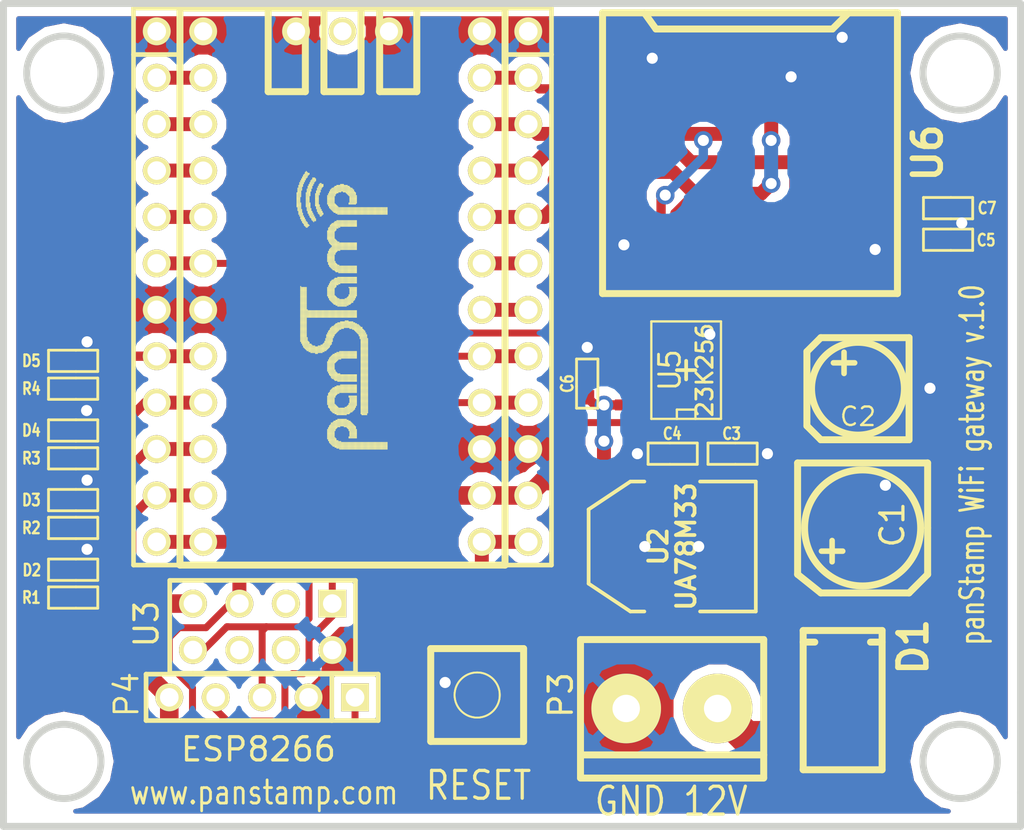
<source format=kicad_pcb>
(kicad_pcb (version 4) (host pcbnew "(2014-jul-16 BZR unknown)-product")
  (title_block (title "Wifi carrier board for panStamp") (date "15 Jan 2015") (rev 1.0) (company www.panstamp.com))
  (layers (0 Front signal) (31 Back signal) (34 B.Paste user) (35 F.Paste user) (36 B.SilkS user) (37 F.SilkS user) (38 B.Mask user) (39 F.Mask user) (44 Edge.Cuts user))
  (net 0 "")
  (net 1 +12V)
  (net 2 +3.3V)
  (net 3 /RESET)
  (net 4 /RXD)
  (net 5 /TXD)
  (net 6 GND)
  (net 7 /D9)
  (net 8 /D8)
  (net 9 /D5)
  (net 10 /D4)
  (net 11 /D3)
  (net 12 /D16)
  (net 13 /D17)
  (net 14 /D18)
  (net 15 /CS_RAM)
  (net 16 /CS_SDC)
  (net 17 /D11)
  (net 18 /D10)
  (net 19 "Net-(U6-Pad1)")
  (net 20 /D1)
  (net 21 /D2)
  (net 22 "Net-(U6-Pad8)")
  (net 23 "Net-(C1-Pad1)")
  (net 24 "Net-(D2-Pad1)")
  (net 25 /D12)
  (net 26 "Net-(D3-Pad1)")
  (net 27 "Net-(D4-Pad1)")
  (net 28 "Net-(D5-Pad1)")
  (net 29 /D15)
  (net 30 "Net-(U1-PadANT)")
  (module pinhead:pinhead-1X05 (layer Front) (at 135.0518 108.331 180)
    (fp_text reference P4 (at 7.4168 0.1524 270) (layer F.SilkS) (effects (font (size 1.27 1.27) (thickness 0.1524))))
    (fp_text value CONN_01X05 hide)
    (pad 1 thru_hole rect (at -5.08 0 180) (size 1.524 0) (drill 1.016) (layers *.Cu F.Paste F.SilkS F.Mask) (net 8 /D8))
    (pad 2 thru_hole circle (at -2.54 0 180) (size 1.524 3.048) (drill 1.016) (layers *.Cu F.Paste F.SilkS F.Mask) (net 6 GND))
    (pad 3 thru_hole circle (at 0 0 180) (size 1.524 3.048) (drill 1.016) (layers *.Cu F.Paste F.SilkS F.Mask) (net 5 /TXD))
    (pad 4 thru_hole circle (at 2.54 0 180) (size 1.524 3.048) (drill 1.016) (layers *.Cu F.Paste F.SilkS F.Mask) (net 4 /RXD))
    (pad 5 thru_hole circle (at 5.08 0 180) (size 1.524 3.048) (drill 1.016) (layers *.Cu F.Paste F.SilkS F.Mask) (net 2 +3.3V))
    (pad 1 thru_hole rect (at -5.08 0 180) (size 1.524 1.524) (drill 1.016) (layers *.Cu *.Mask F.SilkS) (net 8 /D8))
  )
  (module pinhead-2X04 (layer Front) (at 135.0772 104.4702 180)
    (fp_text reference U3 (at 6.35 0.1524 270) (layer F.SilkS) (effects (font (size 1.27 1.27) (thickness 0.1778))))
    (fp_text value ESP8266 (at 0.2286 -6.7056 180) (layer F.SilkS) (effects (font (size 1.27 1.27) (thickness 0.1778))))
    (pad 2 thru_hole circle (at -3.81 -1.27 180) (size 1.524 3.048) (drill 1.016) (layers *.Cu F.Paste F.SilkS F.Mask) (net 6 GND))
    (pad 3 thru_hole circle (at -1.27 1.27 180) (size 1.524 3.048) (drill 1.016) (layers *.Cu F.Paste F.SilkS F.Mask))
    (pad 4 thru_hole circle (at -1.27 -1.27 180) (size 1.524 3.048) (drill 1.016) (layers *.Cu F.Paste F.SilkS F.Mask))
    (pad 5 thru_hole circle (at 1.27 1.27 180) (size 1.524 3.048) (drill 1.016) (layers *.Cu F.Paste F.SilkS F.Mask) (net 8 /D8))
    (pad 6 thru_hole circle (at 1.27 -1.27 180) (size 1.524 3.048) (drill 1.016) (layers *.Cu F.Paste F.SilkS F.Mask))
    (pad 7 thru_hole circle (at 3.81 1.27 180) (size 1.524 3.048) (drill 1.016) (layers *.Cu F.Paste F.SilkS F.Mask) (net 2 +3.3V))
    (pad 8 thru_hole circle (at 3.81 -1.27 180) (size 1.524 3.048) (drill 1.016) (layers *.Cu F.Paste F.SilkS F.Mask) (net 5 /TXD))
    (pad 1 thru_hole rect (at -3.81 1.27 180) (size 1.524 1.524) (drill 1.016) (layers *.Cu *.Mask F.SilkS) (net 4 /RXD))
  )
  (module myoldsmd:SMDCPOL_6.3 (layer Front) (at 167.894 99.06 90)
    (fp_text reference C1 (at 0.1778 1.6256 90) (layer F.SilkS) (effects (font (size 1.27 1.27) (thickness 0.1778))))
    (fp_text value 47u hide)
    (fp_text user + (at -1.27 -1.778 90) (layer F.SilkS) (effects (font (thickness 0.3048))))
    (pad 2 smd rect (at 2.286 0 90) (size 2.79908 1.00076) (layers Front F.Paste F.Mask) (net 6 GND))
    (pad 1 smd rect (at -2.286 0 90) (size 2.79908 1.00076) (layers Front F.Paste F.Mask) (net 23 "Net-(C1-Pad1)"))
  )
  (module myoldsmd:SMDCPOL_5 (layer Front) (at 167.64 91.44)
    (fp_text reference C2 (at 0 1.524) (layer F.SilkS) (effects (font (size 1.016 1.016) (thickness 0.127))))
    (fp_text value 22u hide)
    (fp_text user + (at -0.762 -1.524) (layer F.SilkS) (effects (font (thickness 0.3048))))
    (pad 1 smd rect (at -1.778 0) (size 2.49936 1.00076) (layers Front F.Paste F.Mask) (net 2 +3.3V))
    (pad 2 smd rect (at 1.778 0) (size 2.49936 1.00076) (layers Front F.Paste F.Mask) (net 6 GND))
  )
  (module myoldsmd:SM0603S (layer Front) (at 160.782 94.996)
    (fp_text reference C3 (at -0.0508 -1.0922 180) (layer F.SilkS) (effects (font (size 0.635 0.508) (thickness 0.127))))
    (fp_text value 1u hide)
    (pad 2 smd rect (at 0.7493 0) (size 0.7874 0.762) (layers Front F.Paste F.Mask) (net 6 GND))
    (pad 1 smd rect (at -0.7493 0) (size 0.7874 0.762) (layers Front F.Paste F.Mask) (net 2 +3.3V))
  )
  (module myoldsmd:SM0603S (layer Front) (at 157.5054 94.996 180)
    (fp_text reference C4 (at 0.0254 1.0922 360) (layer F.SilkS) (effects (font (size 0.635 0.508) (thickness 0.127))))
    (fp_text value 100n hide)
    (pad 2 smd rect (at 0.7493 0 180) (size 0.7874 0.762) (layers Front F.Paste F.Mask) (net 6 GND))
    (pad 1 smd rect (at -0.7493 0 180) (size 0.7874 0.762) (layers Front F.Paste F.Mask) (net 2 +3.3V))
  )
  (module myoldsmd:SMB (layer Front) (at 166.8018 108.4834 90)
    (fp_text reference D1 (at 2.921 3.8608 90) (layer F.SilkS) (effects (font (thickness 0.3048))))
    (fp_text value DIODESCH hide)
    (pad 1 smd rect (at -2.032 0 90) (size 2.49936 2.49936) (layers Front F.Paste F.Mask) (net 1 +12V))
    (pad 2 smd rect (at 2.032 0 90) (size 2.49936 2.49936) (layers Front F.Paste F.Mask) (net 23 "Net-(C1-Pad1)"))
  )
  (module myoldsmd:SM0603S (layer Front) (at 124.714 101.346)
    (fp_text reference D2 (at -2.2606 0.0254) (layer F.SilkS) (effects (font (size 0.635 0.508) (thickness 0.127))))
    (fp_text value LED hide)
    (pad 2 smd rect (at 0.7493 0) (size 0.7874 0.762) (layers Front F.Paste F.Mask) (net 6 GND))
    (pad 1 smd rect (at -0.7493 0) (size 0.7874 0.762) (layers Front F.Paste F.Mask) (net 24 "Net-(D2-Pad1)"))
  )
  (module pinhead:pinhead-1X12 (layer Front) (at 149.606 85.852 270)
    (fp_text reference P2 hide)
    (fp_text value CONN_12 hide)
    (pad 1 thru_hole rect (at -13.97 0 270) (size 1.524 0) (drill 1.016) (layers *.Cu F.Paste F.SilkS F.Mask) (net 6 GND))
    (pad 2 thru_hole circle (at -11.43 0 270) (size 1.524 1.524) (drill 1.016) (layers *.Cu *.Mask F.SilkS) (net 16 /CS_SDC))
    (pad 3 thru_hole circle (at -8.89 0 270) (size 1.524 1.524) (drill 1.016) (layers *.Cu *.Mask F.SilkS) (net 20 /D1))
    (pad 4 thru_hole circle (at -6.35 0 270) (size 1.524 1.524) (drill 1.016) (layers *.Cu *.Mask F.SilkS) (net 21 /D2))
    (pad 5 thru_hole circle (at -3.81 0 270) (size 1.524 1.524) (drill 1.016) (layers *.Cu *.Mask F.SilkS) (net 11 /D3))
    (pad 6 thru_hole circle (at -1.27 0 270) (size 1.524 1.524) (drill 1.016) (layers *.Cu *.Mask F.SilkS) (net 10 /D4))
    (pad 7 thru_hole circle (at 1.27 0 270) (size 1.524 3.048) (drill 1.016) (layers *.Cu F.Paste F.SilkS F.Mask) (net 9 /D5))
    (pad 8 thru_hole circle (at 3.81 0 270) (size 1.524 3.048) (drill 1.016) (layers *.Cu F.Paste F.SilkS F.Mask) (net 5 /TXD))
    (pad 9 thru_hole circle (at 6.35 0 270) (size 1.524 1.524) (drill 1.016) (layers *.Cu *.Mask F.SilkS) (net 4 /RXD))
    (pad 10 thru_hole circle (at 8.89 0 270) (size 1.524 1.524) (drill 1.016) (layers *.Cu *.Mask F.SilkS) (net 6 GND))
    (pad 11 thru_hole circle (at 11.43 0 270) (size 1.524 1.524) (drill 1.016) (layers *.Cu *.Mask F.SilkS) (net 2 +3.3V))
    (pad 12 thru_hole circle (at 13.97 0 270) (size 1.524 1.524) (drill 1.016) (layers *.Cu *.Mask F.SilkS) (net 3 /RESET))
    (pad 1 thru_hole circle (at -13.97 0 270) (size 1.524 1.524) (drill 1.016) (layers *.Cu *.Mask F.SilkS) (net 6 GND))
  )
  (module myoldsmd:SM0603S (layer Front) (at 124.714 102.87)
    (fp_text reference R1 (at -2.286 0) (layer F.SilkS) (effects (font (size 0.635 0.508) (thickness 0.127))))
    (fp_text value 470 hide)
    (pad 2 smd rect (at 0.7493 0) (size 0.7874 0.762) (layers Front F.Paste F.Mask) (net 7 /D9))
    (pad 1 smd rect (at -0.7493 0) (size 0.7874 0.762) (layers Front F.Paste F.Mask) (net 24 "Net-(D2-Pad1)"))
  )
  (module myoldsmd:switch-tact-noah (layer Front) (at 146.812 108.204 270)
    (fp_text reference SW1 hide)
    (fp_text value SW_PUSH_SMALL hide)
    (pad 1 smd rect (at -2.49936 -1.75006 270) (size 1.99898 1.00076) (layers Front F.Paste F.Mask) (net 3 /RESET))
    (pad 3 smd rect (at 2.49936 -1.75006 270) (size 1.99898 1.00076) (layers Front F.Paste F.Mask))
    (pad 2 smd rect (at -2.49936 1.75006 270) (size 1.99898 1.00076) (layers Front F.Paste F.Mask) (net 6 GND))
    (pad 4 smd rect (at 2.49936 1.75006 270) (size 1.99898 1.00076) (layers Front F.Paste F.Mask))
  )
  (module myoldsmd:SOIC-8 (layer Front) (at 158.242 90.424 90)
    (fp_text reference U5 (at 0 -0.889 90) (layer F.SilkS) (effects (font (size 1.143 1.143) (thickness 0.1524))))
    (fp_text value 23K256 (at 0 1.016 90) (layer F.SilkS) (effects (font (size 0.889 0.889) (thickness 0.1524))))
    (pad 8 smd rect (at -1.905 -2.9 90) (size 0.59944 2) (layers Front F.Paste F.Mask) (net 2 +3.3V))
    (pad 1 smd rect (at -1.905 2.9 90) (size 0.59944 2) (layers Front F.Paste F.Mask) (net 15 /CS_RAM))
    (pad 7 smd rect (at -0.635 -2.9 90) (size 0.59944 2) (layers Front F.Paste F.Mask) (net 2 +3.3V))
    (pad 6 smd rect (at 0.635 -2.9 90) (size 0.59944 2) (layers Front F.Paste F.Mask) (net 11 /D3))
    (pad 5 smd rect (at 1.905 -2.9 90) (size 0.59944 2) (layers Front F.Paste F.Mask) (net 20 /D1))
    (pad 2 smd rect (at -0.635 2.9 90) (size 0.59944 2) (layers Front F.Paste F.Mask) (net 21 /D2))
    (pad 3 smd rect (at 0.635 2.9 90) (size 0.59944 2) (layers Front F.Paste F.Mask))
    (pad 4 smd rect (at 1.905 2.9 90) (size 0.59944 2) (layers Front F.Paste F.Mask) (net 6 GND))
  )
  (module pinhead:pinhead-1X12 (layer Front) (at 129.286 85.852 270)
    (fp_text reference P1 hide)
    (fp_text value CONN_12 hide)
    (pad 1 thru_hole rect (at -13.97 0 270) (size 1.524 0) (drill 1.016) (layers *.Cu F.Paste F.SilkS F.Mask) (net 6 GND))
    (pad 2 thru_hole circle (at -11.43 0 270) (size 1.524 1.524) (drill 1.016) (layers *.Cu *.Mask F.SilkS) (net 12 /D16))
    (pad 3 thru_hole circle (at -8.89 0 270) (size 1.524 1.524) (drill 1.016) (layers *.Cu *.Mask F.SilkS) (net 13 /D17))
    (pad 4 thru_hole circle (at -6.35 0 270) (size 1.524 1.524) (drill 1.016) (layers *.Cu *.Mask F.SilkS) (net 14 /D18))
    (pad 5 thru_hole circle (at -3.81 0 270) (size 1.524 1.524) (drill 1.016) (layers *.Cu *.Mask F.SilkS) (net 29 /D15))
    (pad 6 thru_hole circle (at -1.27 0 270) (size 1.524 1.524) (drill 1.016) (layers *.Cu *.Mask F.SilkS) (net 15 /CS_RAM))
    (pad 7 thru_hole circle (at 1.27 0 270) (size 1.524 3.048) (drill 1.016) (layers *.Cu F.Paste F.SilkS F.Mask) (net 6 GND))
    (pad 8 thru_hole circle (at 3.81 0 270) (size 1.524 3.048) (drill 1.016) (layers *.Cu F.Paste F.SilkS F.Mask) (net 25 /D12))
    (pad 9 thru_hole circle (at 6.35 0 270) (size 1.524 1.524) (drill 1.016) (layers *.Cu *.Mask F.SilkS) (net 17 /D11))
    (pad 10 thru_hole circle (at 8.89 0 270) (size 1.524 1.524) (drill 1.016) (layers *.Cu *.Mask F.SilkS) (net 18 /D10))
    (pad 11 thru_hole circle (at 11.43 0 270) (size 1.524 1.524) (drill 1.016) (layers *.Cu *.Mask F.SilkS) (net 7 /D9))
    (pad 12 thru_hole circle (at 13.97 0 270) (size 1.524 1.524) (drill 1.016) (layers *.Cu *.Mask F.SilkS) (net 8 /D8))
    (pad 1 thru_hole circle (at -13.97 0 270) (size 1.524 1.524) (drill 1.016) (layers *.Cu *.Mask F.SilkS) (net 6 GND))
  )
  (module myconnectors:terminal_block_5mm_2P (layer Front) (at 157.48 108.966)
    (fp_text reference P3 (at -6.096 -0.762 90) (layer F.SilkS) (effects (font (size 1.27 1.27) (thickness 0.1778))))
    (fp_text value CONN_01X02 hide)
    (pad 1 thru_hole circle (at -2.51714 -0.0254) (size 3.81 3.81) (drill 1.4986) (layers *.Cu *.Mask F.SilkS) (net 6 GND))
    (pad 2 thru_hole circle (at 2.48412 -0.0254) (size 3.81 3.81) (drill 1.4986) (layers *.Cu *.Mask F.SilkS) (net 1 +12V))
  )
  (module mysmd:SOT223 (layer Front) (at 157.48 100.076 90)
    (fp_text reference U2 (at 0 -0.762 90) (layer F.SilkS) (effects (font (size 1.016 1.016) (thickness 0.2032))))
    (fp_text value UA78M33 (at 0 0.762 90) (layer F.SilkS) (effects (font (size 1.016 1.016) (thickness 0.2032))))
    (pad 2 smd rect (at 0 -3.302 90) (size 3.6576 2.032) (layers Front F.Paste F.Mask) (net 6 GND))
    (pad 2 smd rect (at 0 3.302 90) (size 1.016 2.032) (layers Front F.Paste F.Mask) (net 6 GND))
    (pad 3 smd rect (at 2.286 3.302 90) (size 1.016 2.032) (layers Front F.Paste F.Mask) (net 2 +3.3V))
    (pad 1 smd rect (at -2.286 3.302 90) (size 1.016 2.032) (layers Front F.Paste F.Mask) (net 23 "Net-(C1-Pad1)"))
  )
  (module mymods:PANSTAMP_NRG (layer Front) (at 139.446 85.852)
    (fp_text reference U1 hide)
    (fp_text value PANSTAMP_NRG hide)
    (pad 1 thru_hole circle (at -7.62 -13.97) (size 1.524 1.524) (drill 0.9906) (layers *.Cu *.Mask F.SilkS) (net 6 GND))
    (pad 2 thru_hole circle (at -7.62 -11.43) (size 1.524 1.524) (drill 0.9906) (layers *.Cu *.Mask F.SilkS) (net 12 /D16))
    (pad 3 thru_hole circle (at -7.62 -8.89) (size 1.524 1.524) (drill 0.9906) (layers *.Cu *.Mask F.SilkS) (net 13 /D17))
    (pad 4 thru_hole circle (at -7.62 -6.35) (size 1.524 1.524) (drill 0.9906) (layers *.Cu *.Mask F.SilkS) (net 14 /D18))
    (pad 5 thru_hole circle (at -7.62 -3.81) (size 1.524 1.524) (drill 0.9906) (layers *.Cu *.Mask F.SilkS) (net 29 /D15))
    (pad 6 thru_hole circle (at -7.62 -1.27) (size 1.524 1.524) (drill 0.9906) (layers *.Cu *.Mask F.SilkS) (net 15 /CS_RAM))
    (pad 7 thru_hole circle (at -7.62 1.27) (size 1.524 1.524) (drill 0.9906) (layers *.Cu *.Mask F.SilkS) (net 6 GND))
    (pad 8 thru_hole circle (at -7.62 3.81) (size 1.524 1.524) (drill 0.9906) (layers *.Cu *.Mask F.SilkS) (net 25 /D12))
    (pad 9 thru_hole circle (at -7.62 6.35) (size 1.524 1.524) (drill 0.9906) (layers *.Cu *.Mask F.SilkS) (net 17 /D11))
    (pad 10 thru_hole circle (at -7.62 8.89) (size 1.524 1.524) (drill 0.9906) (layers *.Cu *.Mask F.SilkS) (net 18 /D10))
    (pad 11 thru_hole circle (at -7.62 11.43) (size 1.524 1.524) (drill 0.9906) (layers *.Cu *.Mask F.SilkS) (net 7 /D9))
    (pad 12 thru_hole circle (at -7.62 13.97) (size 1.524 1.524) (drill 0.9906) (layers *.Cu *.Mask F.SilkS) (net 8 /D8))
    (pad 13 thru_hole circle (at 7.62 13.97) (size 1.524 1.524) (drill 0.9906) (layers *.Cu *.Mask F.SilkS) (net 3 /RESET))
    (pad 14 thru_hole circle (at 7.62 11.43) (size 1.524 1.524) (drill 0.9906) (layers *.Cu *.Mask F.SilkS) (net 2 +3.3V))
    (pad 15 thru_hole circle (at 7.62 8.89) (size 1.524 1.524) (drill 0.9906) (layers *.Cu *.Mask F.SilkS) (net 6 GND))
    (pad 16 thru_hole circle (at 7.62 6.35) (size 1.524 1.524) (drill 0.9906) (layers *.Cu *.Mask F.SilkS) (net 4 /RXD))
    (pad 17 thru_hole circle (at 7.62 3.81) (size 1.524 1.524) (drill 0.9906) (layers *.Cu *.Mask F.SilkS) (net 5 /TXD))
    (pad 18 thru_hole circle (at 7.62 1.27) (size 1.524 1.524) (drill 0.9906) (layers *.Cu *.Mask F.SilkS) (net 9 /D5))
    (pad 19 thru_hole circle (at 7.62 -1.27) (size 1.524 1.524) (drill 0.9906) (layers *.Cu *.Mask F.SilkS) (net 10 /D4))
    (pad 20 thru_hole circle (at 7.62 -3.81) (size 1.524 1.524) (drill 0.9906) (layers *.Cu *.Mask F.SilkS) (net 11 /D3))
    (pad 21 thru_hole circle (at 7.62 -6.35) (size 1.524 1.524) (drill 0.9906) (layers *.Cu *.Mask F.SilkS) (net 21 /D2))
    (pad 22 thru_hole circle (at 7.62 -8.89) (size 1.524 1.524) (drill 0.9906) (layers *.Cu *.Mask F.SilkS) (net 20 /D1))
    (pad 23 thru_hole circle (at 7.62 -11.43) (size 1.524 1.524) (drill 0.9906) (layers *.Cu *.Mask F.SilkS) (net 16 /CS_SDC))
    (pad 24 thru_hole circle (at 7.62 -13.97) (size 1.524 1.524) (drill 0.9906) (layers *.Cu *.Mask F.SilkS) (net 6 GND))
    (pad GND thru_hole circle (at -2.54 -13.97) (size 1.524 1.524) (drill 0.9906) (layers *.Cu *.Mask F.SilkS) (net 6 GND))
    (pad ANT thru_hole circle (at 0 -13.97) (size 1.524 1.524) (drill 0.9906) (layers *.Cu *.Mask F.SilkS) (net 30 "Net-(U1-PadANT)"))
    (pad GND thru_hole circle (at 2.54 -13.97) (size 1.524 1.524) (drill 0.9906) (layers *.Cu *.Mask F.SilkS) (net 6 GND))
  )
  (module myoldsmd:SM0603S (layer Front) (at 152.8318 91.1606 270)
    (fp_text reference C6 (at 0 1.0922 270) (layer F.SilkS) (effects (font (size 0.635 0.508) (thickness 0.127))))
    (fp_text value 100n hide)
    (pad 2 smd rect (at 0.7493 0 270) (size 0.7874 0.762) (layers Front F.Paste F.Mask) (net 2 +3.3V))
    (pad 1 smd rect (at -0.7493 0 270) (size 0.7874 0.762) (layers Front F.Paste F.Mask) (net 6 GND))
  )
  (module myoldsmd:SM0603S (layer Front) (at 124.714 97.536)
    (fp_text reference D3 (at -2.286 0) (layer F.SilkS) (effects (font (size 0.635 0.508) (thickness 0.127))))
    (fp_text value LED hide)
    (pad 2 smd rect (at 0.7493 0) (size 0.7874 0.762) (layers Front F.Paste F.Mask) (net 6 GND))
    (pad 1 smd rect (at -0.7493 0) (size 0.7874 0.762) (layers Front F.Paste F.Mask) (net 26 "Net-(D3-Pad1)"))
  )
  (module myoldsmd:SM0603S (layer Front) (at 124.714 93.726)
    (fp_text reference D4 (at -2.286 0) (layer F.SilkS) (effects (font (size 0.635 0.508) (thickness 0.127))))
    (fp_text value LED hide)
    (pad 2 smd rect (at 0.7493 0) (size 0.7874 0.762) (layers Front F.Paste F.Mask) (net 6 GND))
    (pad 1 smd rect (at -0.7493 0) (size 0.7874 0.762) (layers Front F.Paste F.Mask) (net 27 "Net-(D4-Pad1)"))
  )
  (module myoldsmd:SM0603S (layer Front) (at 124.714 89.916)
    (fp_text reference D5 (at -2.286 0) (layer F.SilkS) (effects (font (size 0.635 0.508) (thickness 0.127))))
    (fp_text value LED hide)
    (pad 2 smd rect (at 0.7493 0) (size 0.7874 0.762) (layers Front F.Paste F.Mask) (net 6 GND))
    (pad 1 smd rect (at -0.7493 0) (size 0.7874 0.762) (layers Front F.Paste F.Mask) (net 28 "Net-(D5-Pad1)"))
  )
  (module myoldsmd:SM0603S (layer Front) (at 124.714 99.06)
    (fp_text reference R2 (at -2.286 0) (layer F.SilkS) (effects (font (size 0.635 0.508) (thickness 0.127))))
    (fp_text value 470 hide)
    (pad 2 smd rect (at 0.7493 0) (size 0.7874 0.762) (layers Front F.Paste F.Mask) (net 18 /D10))
    (pad 1 smd rect (at -0.7493 0) (size 0.7874 0.762) (layers Front F.Paste F.Mask) (net 26 "Net-(D3-Pad1)"))
  )
  (module myoldsmd:SM0603S (layer Front) (at 124.714 95.25)
    (fp_text reference R3 (at -2.286 0) (layer F.SilkS) (effects (font (size 0.635 0.508) (thickness 0.127))))
    (fp_text value 470 hide)
    (pad 2 smd rect (at 0.7493 0) (size 0.7874 0.762) (layers Front F.Paste F.Mask) (net 17 /D11))
    (pad 1 smd rect (at -0.7493 0) (size 0.7874 0.762) (layers Front F.Paste F.Mask) (net 27 "Net-(D4-Pad1)"))
  )
  (module myoldsmd:SM0603S (layer Front) (at 124.714 91.44)
    (fp_text reference R4 (at -2.286 0) (layer F.SilkS) (effects (font (size 0.635 0.508) (thickness 0.127))))
    (fp_text value 470 hide)
    (pad 2 smd rect (at 0.7493 0) (size 0.7874 0.762) (layers Front F.Paste F.Mask) (net 25 /D12))
    (pad 1 smd rect (at -0.7493 0) (size 0.7874 0.762) (layers Front F.Paste F.Mask) (net 28 "Net-(D5-Pad1)"))
  )
  (module myoldsmd:SM0603S (layer Front) (at 172.5676 83.2866)
    (fp_text reference C5 (at 2.0828 0.0254) (layer F.SilkS) (effects (font (size 0.635 0.508) (thickness 0.127))))
    (fp_text value 4.7u hide)
    (pad 2 smd rect (at 0.7493 0) (size 0.7874 0.762) (layers Front F.Paste F.Mask) (net 6 GND))
    (pad 1 smd rect (at -0.7493 0) (size 0.7874 0.762) (layers Front F.Paste F.Mask) (net 2 +3.3V))
  )
  (module myoldsmd:SM0603S (layer Front) (at 172.5676 81.5594)
    (fp_text reference C7 (at 2.1336 0) (layer F.SilkS) (effects (font (size 0.635 0.508) (thickness 0.127))))
    (fp_text value 100n hide)
    (pad 2 smd rect (at 0.7493 0) (size 0.7874 0.762) (layers Front F.Paste F.Mask) (net 6 GND))
    (pad 1 smd rect (at -0.7493 0) (size 0.7874 0.762) (layers Front F.Paste F.Mask) (net 2 +3.3V))
  )
  (module mysmd:MOLEX_MICROSD (layer Front) (at 158.496 75.946 90)
    (fp_text reference U6 (at -2.5908 12.954 90) (layer F.SilkS) (effects (font (thickness 0.3048))))
    (fp_text value SDC_SOCKET hide)
    (pad 1 smd rect (at 0 0 90) (size 1.5 0.8) (layers Front F.Paste F.Mask) (net 19 "Net-(U6-Pad1)"))
    (pad 2 smd rect (at 0 1.1 90) (size 1.5 0.8) (layers Front F.Paste F.Mask) (net 16 /CS_SDC))
    (pad 3 smd rect (at 0 2.2 90) (size 1.5 0.8) (layers Front F.Paste F.Mask) (net 20 /D1))
    (pad 4 smd rect (at 0 3.3 90) (size 1.5 0.8) (layers Front F.Paste F.Mask) (net 2 +3.3V))
    (pad 5 smd rect (at 0 4.4 90) (size 1.5 0.8) (layers Front F.Paste F.Mask) (net 11 /D3))
    (pad 6 smd rect (at 0 5.5 90) (size 1.5 0.8) (layers Front F.Paste F.Mask) (net 6 GND))
    (pad 7 smd rect (at 0 6.6 90) (size 1.5 0.8) (layers Front F.Paste F.Mask) (net 21 /D2))
    (pad 8 smd rect (at 0 7.7 90) (size 1.5 0.8) (layers Front F.Paste F.Mask) (net 22 "Net-(U6-Pad8)"))
    (pad 12 smd rect (at 2.6 10.08 90) (size 2 1.45) (layers Front F.Paste F.Mask) (net 6 GND))
    (pad 9 smd rect (at 2.6 -3.67 90) (size 2 1.45) (layers Front F.Paste F.Mask) (net 6 GND))
    (pad 10 smd rect (at -5.7 -3.67 90) (size 2 1.45) (layers Front F.Paste F.Mask) (net 6 GND))
    (pad 11 smd rect (at -5.7 10.08 90) (size 2 1.45) (layers Front F.Paste F.Mask) (net 6 GND))
  )
  (module mymods:PANSTAMPLOGO (layer Front) (at 136.6266 94.7674 90)
    (fp_text reference G*** hide)
    (fp_text value PANSTAMPLOGO hide)
  )
  (gr_text www.panstamp.com (at 135.1534 113.538) (layer F.SilkS) (effects (font (size 1.27 1.016) (thickness 0.1524))))
  (gr_text RESET (at 146.8882 113.157) (layer F.SilkS) (effects (font (size 1.524 1.27) (thickness 0.1778))))
  (gr_text "GND 12V" (at 157.4292 114.0206) (layer F.SilkS) (effects (font (size 1.524 1.27) (thickness 0.1778))))
  (gr_line (start 120.904 115.3922) (end 120.904 113.538) (angle 90) (layer Edge.Cuts) (width 0.381))
  (gr_line (start 176.53 115.3922) (end 120.904 115.3922) (angle 90) (layer Edge.Cuts) (width 0.381))
  (gr_line (start 176.53 113.5126) (end 176.53 115.3922) (angle 90) (layer Edge.Cuts) (width 0.381))
  (gr_text "panStamp WiFi gateway v.1.0" (at 173.8884 95.6056 90) (layer F.SilkS) (effects (font (size 1.27 0.889) (thickness 0.1524))))
  (gr_circle (center 173.228 111.8362) (end 175.26 111.8362) (layer Edge.Cuts) (width 0.381))
  (gr_circle (center 124.206 111.8362) (end 124.206 113.8682) (layer Edge.Cuts) (width 0.381))
  (gr_circle (center 124.206 74.168) (end 122.174 74.168) (layer Edge.Cuts) (width 0.381))
  (gr_circle (center 173.228 74.168) (end 175.26 74.168) (layer Edge.Cuts) (width 0.381))
  (gr_line (start 176.53 70.358) (end 176.53 113.538) (angle 90) (layer Edge.Cuts) (width 0.381))
  (gr_line (start 120.904 70.358) (end 176.53 70.358) (angle 90) (layer Edge.Cuts) (width 0.381))
  (gr_line (start 120.904 113.538) (end 120.904 70.358) (angle 90) (layer Edge.Cuts) (width 0.381))
  (segment (start 161.53892 110.5154) (end 159.96412 108.9406) (width 1.778) (layer Front) (net 1))
  (segment (start 166.8018 110.5154) (end 161.53892 110.5154) (width 1.778) (layer Front) (net 1))
  (segment (start 155.342 91.059) (end 155.342 92.329) (width 0.508) (layer Front) (net 2))
  (segment (start 153.2509 92.329) (end 152.8318 91.9099) (width 0.508) (layer Front) (net 2))
  (segment (start 153.7462 92.329) (end 153.2509 92.329) (width 0.508) (layer Front) (net 2))
  (segment (start 155.342 92.329) (end 153.7462 92.329) (width 0.508) (layer Front) (net 2))
  (segment (start 129.7686 103.2002) (end 129.0066 103.9622) (width 0.762) (layer Front) (net 2))
  (segment (start 129.0066 103.9622) (end 129.0066 107.3658) (width 0.762) (layer Front) (net 2))
  (segment (start 129.0066 107.3658) (end 129.9718 108.331) (width 0.762) (layer Front) (net 2))
  (segment (start 165.862 92.7862) (end 165.862 91.44) (width 1.778) (layer Front) (net 2))
  (segment (start 165.862 96.6216) (end 165.862 92.7862) (width 1.778) (layer Front) (net 2))
  (segment (start 164.6936 97.79) (end 165.862 96.6216) (width 1.778) (layer Front) (net 2))
  (segment (start 160.782 97.79) (end 164.6936 97.79) (width 1.778) (layer Front) (net 2))
  (segment (start 158.2547 94.996) (end 160.0327 94.996) (width 0.762) (layer Front) (net 2))
  (segment (start 160.0327 94.1959) (end 160.4518 93.7768) (width 0.762) (layer Front) (net 2))
  (segment (start 160.4518 93.7768) (end 164.8714 93.7768) (width 0.762) (layer Front) (net 2))
  (segment (start 164.8714 93.7768) (end 165.862 92.7862) (width 0.762) (layer Front) (net 2))
  (segment (start 160.0327 94.996) (end 160.0327 94.1959) (width 0.762) (layer Front) (net 2))
  (segment (start 147.066 97.282) (end 149.606 97.282) (width 1.016) (layer Front) (net 2))
  (segment (start 158.2547 95.8215) (end 157.5816 96.4946) (width 0.762) (layer Front) (net 2))
  (segment (start 153.7462 96.4946) (end 150.3934 96.4946) (width 0.762) (layer Front) (net 2))
  (segment (start 157.5816 96.4946) (end 153.7462 96.4946) (width 0.762) (layer Front) (net 2))
  (segment (start 158.2547 94.996) (end 158.2547 95.8215) (width 0.762) (layer Front) (net 2))
  (segment (start 166.7383 74.3585) (end 167.5892 75.2094) (width 0.762) (layer Front) (net 2))
  (segment (start 167.5892 75.2094) (end 167.5892 78.4352) (width 0.762) (layer Front) (net 2))
  (segment (start 167.5892 78.4352) (end 168.3512 79.1972) (width 0.762) (layer Front) (net 2))
  (segment (start 168.3512 79.1972) (end 171.2468 79.1972) (width 0.762) (layer Front) (net 2))
  (segment (start 171.2468 79.1972) (end 171.8183 79.7687) (width 0.762) (layer Front) (net 2))
  (segment (start 171.8183 79.7687) (end 171.8183 81.5594) (width 0.762) (layer Front) (net 2))
  (segment (start 171.8183 81.5594) (end 171.8183 83.2866) (width 0.762) (layer Front) (net 2))
  (segment (start 165.862 89.8398) (end 166.4208 89.281) (width 1.016) (layer Front) (net 2))
  (segment (start 166.4208 89.281) (end 170.942 89.281) (width 1.016) (layer Front) (net 2))
  (segment (start 170.942 89.281) (end 171.8183 88.4047) (width 1.016) (layer Front) (net 2))
  (segment (start 171.8183 88.4047) (end 171.8183 83.2866) (width 1.016) (layer Front) (net 2))
  (segment (start 165.862 91.44) (end 165.862 89.8398) (width 1.016) (layer Front) (net 2))
  (segment (start 153.7462 96.2406) (end 153.7462 96.4946) (width 0.762) (layer Front) (net 2))
  (segment (start 153.7462 96.4946) (end 153.7462 96.2406) (width 0.762) (layer Front) (net 2))
  (segment (start 153.7462 94.3102) (end 153.7462 92.329) (width 0.762) (layer Back) (net 2))
  (via (at 153.7462 94.3102) (size 1.016) (layers Front Back) (net 2))
  (segment (start 153.7462 96.4946) (end 153.7462 94.3102) (width 0.762) (layer Front) (net 2))
  (via (at 153.7462 92.329) (size 1.016) (layers Front Back) (net 2))
  (segment (start 165.5064 73.1266) (end 162.7378 73.1266) (width 0.762) (layer Front) (net 2))
  (segment (start 162.7378 73.1266) (end 161.796 74.0684) (width 0.762) (layer Front) (net 2))
  (segment (start 161.796 74.0684) (end 161.796 75.946) (width 0.762) (layer Front) (net 2))
  (segment (start 166.7383 74.3585) (end 165.5064 73.1266) (width 0.762) (layer Front) (net 2))
  (segment (start 129.9718 110.7186) (end 130.6322 111.379) (width 1.016) (layer Front) (net 2))
  (segment (start 130.6322 111.379) (end 141.9098 111.379) (width 1.016) (layer Front) (net 2))
  (segment (start 141.9098 111.379) (end 142.6718 110.617) (width 1.016) (layer Front) (net 2))
  (segment (start 142.6718 110.617) (end 142.6718 98.0948) (width 1.016) (layer Front) (net 2))
  (segment (start 142.6718 98.0948) (end 143.4846 97.282) (width 1.016) (layer Front) (net 2))
  (segment (start 143.4846 97.282) (end 147.066 97.282) (width 1.016) (layer Front) (net 2))
  (segment (start 129.9718 108.331) (end 129.9718 110.7186) (width 1.016) (layer Front) (net 2))
  (segment (start 158.2547 95.8215) (end 158.2547 94.996) (width 1.016) (layer Front) (net 2))
  (segment (start 157.5816 96.4946) (end 158.2547 95.8215) (width 1.016) (layer Front) (net 2))
  (segment (start 150.3934 96.4946) (end 157.5816 96.4946) (width 1.016) (layer Front) (net 2))
  (segment (start 149.606 97.282) (end 150.3934 96.4946) (width 1.016) (layer Front) (net 2))
  (segment (start 129.0066 107.3658) (end 129.9718 108.331) (width 1.016) (layer Front) (net 2))
  (segment (start 129.0066 103.9622) (end 129.0066 107.3658) (width 1.016) (layer Front) (net 2))
  (segment (start 129.7686 103.2002) (end 129.0066 103.9622) (width 1.016) (layer Front) (net 2))
  (segment (start 131.2672 103.2002) (end 129.7686 103.2002) (width 1.016) (layer Front) (net 2))
  (segment (start 147.066 99.822) (end 147.066 104.20858) (width 0.762) (layer Front) (net 3))
  (segment (start 147.066 104.20858) (end 148.56206 105.70464) (width 0.762) (layer Front) (net 3))
  (segment (start 149.606 99.822) (end 147.066 99.822) (width 0.762) (layer Front) (net 3))
  (segment (start 138.8872 92.7608) (end 139.446 92.202) (width 0.381) (layer Front) (net 4))
  (segment (start 139.446 92.202) (end 147.066 92.202) (width 0.381) (layer Front) (net 4))
  (segment (start 138.8872 103.2002) (end 138.8872 92.7608) (width 0.381) (layer Front) (net 4))
  (segment (start 138.8872 103.886) (end 138.8872 103.2002) (width 0.381) (layer Front) (net 4))
  (segment (start 137.6172 105.156) (end 138.8872 103.886) (width 0.381) (layer Front) (net 4))
  (segment (start 137.6172 106.7308) (end 137.6172 105.156) (width 0.381) (layer Front) (net 4))
  (segment (start 137.3124 107.0356) (end 137.6172 106.7308) (width 0.381) (layer Front) (net 4))
  (segment (start 136.7028 107.0356) (end 137.3124 107.0356) (width 0.381) (layer Front) (net 4))
  (segment (start 136.2964 107.442) (end 136.7028 107.0356) (width 0.381) (layer Front) (net 4))
  (segment (start 136.2964 109.1692) (end 136.2964 107.442) (width 0.381) (layer Front) (net 4))
  (segment (start 135.8392 109.6264) (end 136.2964 109.1692) (width 0.381) (layer Front) (net 4))
  (segment (start 133.1468 109.6264) (end 135.8392 109.6264) (width 0.381) (layer Front) (net 4))
  (segment (start 132.5118 108.9914) (end 133.1468 109.6264) (width 0.381) (layer Front) (net 4))
  (segment (start 132.5118 108.331) (end 132.5118 108.9914) (width 0.381) (layer Front) (net 4))
  (segment (start 149.606 92.202) (end 147.066 92.202) (width 0.762) (layer Front) (net 4))
  (segment (start 138.303 89.662) (end 147.066 89.662) (width 0.381) (layer Front) (net 5))
  (segment (start 137.6172 90.3478) (end 138.303 89.662) (width 0.381) (layer Front) (net 5))
  (segment (start 137.6172 104.013) (end 137.6172 90.3478) (width 0.381) (layer Front) (net 5))
  (segment (start 137.16 104.4702) (end 137.6172 104.013) (width 0.381) (layer Front) (net 5))
  (segment (start 135.2804 104.4702) (end 137.16 104.4702) (width 0.381) (layer Front) (net 5))
  (segment (start 133.1976 104.4702) (end 135.2804 104.4702) (width 0.381) (layer Front) (net 5))
  (segment (start 131.2672 105.7402) (end 131.2672 105.283) (width 0.381) (layer Front) (net 5))
  (segment (start 135.0518 104.6988) (end 135.2804 104.4702) (width 0.381) (layer Front) (net 5))
  (segment (start 135.0518 108.331) (end 135.0518 104.6988) (width 0.381) (layer Front) (net 5))
  (segment (start 131.8514 105.7402) (end 131.2672 105.7402) (width 0.381) (layer Front) (net 5))
  (segment (start 133.1214 104.4702) (end 131.8514 105.7402) (width 0.381) (layer Front) (net 5))
  (segment (start 133.1976 104.4702) (end 133.1214 104.4702) (width 0.381) (layer Front) (net 5))
  (segment (start 149.606 89.662) (end 147.066 89.662) (width 0.762) (layer Front) (net 5))
  (segment (start 149.606 94.742) (end 147.066 94.742) (width 0.762) (layer Front) (net 6))
  (segment (start 149.606 71.882) (end 147.066 71.882) (width 0.762) (layer Front) (net 6))
  (segment (start 129.286 71.882) (end 131.826 71.882) (width 0.762) (layer Front) (net 6))
  (segment (start 129.286 87.122) (end 131.826 87.122) (width 0.762) (layer Front) (net 6))
  (segment (start 163.996 74.3848) (end 163.9824 74.3712) (width 0.762) (layer Front) (net 6))
  (via (at 163.9824 74.3712) (size 1.016) (layers Front Back) (net 6))
  (segment (start 163.996 75.946) (end 163.996 74.3848) (width 0.762) (layer Front) (net 6))
  (via (at 155.575 94.996) (size 1.016) (layers Front Back) (net 6))
  (segment (start 156.7561 94.996) (end 155.575 94.996) (width 0.508) (layer Front) (net 6))
  (via (at 162.687 94.996) (size 1.016) (layers Front Back) (net 6))
  (segment (start 161.5313 94.996) (end 162.687 94.996) (width 0.508) (layer Front) (net 6))
  (segment (start 155.9814 100.076) (end 154.178 100.076) (width 1.016) (layer Front) (net 6))
  (segment (start 158.9278 100.076) (end 155.9814 100.076) (width 1.016) (layer Front) (net 6))
  (segment (start 160.782 100.076) (end 158.9278 100.076) (width 1.016) (layer Front) (net 6))
  (via (at 155.9814 100.076) (size 1.016) (layers Front Back) (net 6))
  (segment (start 158.9278 100.076) (end 158.9278 100.3046) (width 1.016) (layer Back) (net 6))
  (via (at 158.9278 100.076) (size 1.016) (layers Front Back) (net 6))
  (segment (start 169.0878 96.774) (end 169.1386 96.7232) (width 1.016) (layer Front) (net 6))
  (via (at 169.1386 96.7232) (size 1.016) (layers Front Back) (net 6))
  (segment (start 167.894 96.774) (end 169.0878 96.774) (width 1.016) (layer Front) (net 6))
  (segment (start 171.5516 91.44) (end 171.577 91.4146) (width 1.016) (layer Front) (net 6))
  (via (at 171.577 91.4146) (size 1.016) (layers Front Back) (net 6))
  (segment (start 169.418 91.44) (end 171.5516 91.44) (width 1.016) (layer Front) (net 6))
  (segment (start 159.5882 88.519) (end 159.5374 88.4682) (width 0.508) (layer Front) (net 6))
  (via (at 159.5374 88.4682) (size 1.016) (layers Front Back) (net 6))
  (segment (start 161.142 88.519) (end 159.5882 88.519) (width 0.508) (layer Front) (net 6))
  (segment (start 173.3169 82.3722) (end 173.3169 83.2866) (width 0.762) (layer Front) (net 6))
  (segment (start 173.3169 81.5594) (end 173.3169 82.3722) (width 0.762) (layer Front) (net 6))
  (segment (start 173.3169 82.3722) (end 173.2788 82.3722) (width 0.762) (layer Back) (net 6))
  (via (at 173.3169 82.3722) (size 1.016) (layers Front Back) (net 6))
  (segment (start 156.3786 73.346) (end 156.3878 73.3552) (width 1.016) (layer Front) (net 6))
  (via (at 156.3878 73.3552) (size 1.016) (layers Front Back) (net 6))
  (segment (start 154.826 73.346) (end 156.3786 73.346) (width 1.016) (layer Front) (net 6))
  (via (at 166.7764 72.2122) (size 1.016) (layers Front Back) (net 6))
  (segment (start 167.9102 73.346) (end 166.7764 72.2122) (width 1.016) (layer Front) (net 6))
  (segment (start 168.576 73.346) (end 167.9102 73.346) (width 1.016) (layer Front) (net 6))
  (segment (start 168.576 83.8162) (end 168.5798 83.82) (width 1.016) (layer Front) (net 6))
  (via (at 168.5798 83.82) (size 1.016) (layers Front Back) (net 6))
  (segment (start 168.576 81.646) (end 168.576 83.8162) (width 1.016) (layer Front) (net 6))
  (segment (start 154.826 83.5536) (end 154.8384 83.566) (width 1.016) (layer Front) (net 6))
  (via (at 154.8384 83.566) (size 1.016) (layers Front Back) (net 6))
  (segment (start 154.826 81.646) (end 154.826 83.5536) (width 1.016) (layer Front) (net 6))
  (via (at 152.8318 89.1794) (size 1.016) (layers Front Back) (net 6))
  (segment (start 152.8318 90.4113) (end 152.8318 89.1794) (width 0.762) (layer Front) (net 6))
  (segment (start 145.06194 107.51566) (end 145.0594 107.5182) (width 0.762) (layer Front) (net 6))
  (via (at 145.0594 107.5182) (size 1.016) (layers Front Back) (net 6))
  (segment (start 145.06194 105.70464) (end 145.06194 107.51566) (width 0.762) (layer Front) (net 6))
  (segment (start 125.4633 88.8873) (end 125.476 88.8746) (width 0.762) (layer Front) (net 6))
  (via (at 125.476 88.8746) (size 1.016) (layers Front Back) (net 6))
  (segment (start 125.4633 89.916) (end 125.4633 88.8873) (width 0.762) (layer Front) (net 6))
  (segment (start 125.4633 92.6465) (end 125.4506 92.6338) (width 0.762) (layer Front) (net 6))
  (via (at 125.4506 92.6338) (size 1.016) (layers Front Back) (net 6))
  (segment (start 125.4633 93.726) (end 125.4633 92.6465) (width 0.762) (layer Front) (net 6))
  (segment (start 125.4633 96.4565) (end 125.476 96.4438) (width 0.762) (layer Front) (net 6))
  (via (at 125.476 96.4438) (size 1.016) (layers Front Back) (net 6))
  (segment (start 125.4633 97.536) (end 125.4633 96.4565) (width 0.762) (layer Front) (net 6))
  (segment (start 125.4633 100.2411) (end 125.476 100.2284) (width 0.762) (layer Front) (net 6))
  (via (at 125.476 100.2284) (size 1.016) (layers Front Back) (net 6))
  (segment (start 125.4633 101.346) (end 125.4633 100.2411) (width 0.762) (layer Front) (net 6))
  (segment (start 129.0828 97.282) (end 129.286 97.282) (width 0.508) (layer Front) (net 7))
  (segment (start 127.4572 102.87) (end 127.9144 102.4128) (width 0.508) (layer Front) (net 7))
  (segment (start 127.9144 102.4128) (end 127.9144 98.4504) (width 0.508) (layer Front) (net 7))
  (segment (start 127.9144 98.4504) (end 129.0828 97.282) (width 0.508) (layer Front) (net 7))
  (segment (start 125.4633 102.87) (end 127.4572 102.87) (width 0.508) (layer Front) (net 7))
  (segment (start 129.286 97.282) (end 131.826 97.282) (width 0.762) (layer Front) (net 7))
  (segment (start 129.286 99.822) (end 131.826 99.822) (width 0.762) (layer Front) (net 8))
  (segment (start 133.2484 99.822) (end 133.8072 100.3808) (width 0.762) (layer Front) (net 8))
  (segment (start 133.8072 100.3808) (end 133.8072 103.2002) (width 0.762) (layer Front) (net 8))
  (segment (start 131.826 99.822) (end 133.2484 99.822) (width 0.762) (layer Front) (net 8))
  (segment (start 133.2992 103.2002) (end 133.8072 103.2002) (width 0.381) (layer Front) (net 8))
  (segment (start 131.9784 104.521) (end 133.2992 103.2002) (width 0.381) (layer Front) (net 8))
  (segment (start 140.1318 108.331) (end 140.1318 109.7534) (width 0.381) (layer Front) (net 8))
  (segment (start 129.9718 105.0544) (end 130.5052 104.521) (width 0.381) (layer Front) (net 8))
  (segment (start 129.9718 106.553) (end 129.9718 105.0544) (width 0.381) (layer Front) (net 8))
  (segment (start 131.2418 107.823) (end 129.9718 106.553) (width 0.381) (layer Front) (net 8))
  (segment (start 131.2418 109.7026) (end 131.2418 107.823) (width 0.381) (layer Front) (net 8))
  (segment (start 131.826 110.2868) (end 131.2418 109.7026) (width 0.381) (layer Front) (net 8))
  (segment (start 139.5984 110.2868) (end 131.826 110.2868) (width 0.381) (layer Front) (net 8))
  (segment (start 140.1318 109.7534) (end 139.5984 110.2868) (width 0.381) (layer Front) (net 8))
  (segment (start 130.5052 104.521) (end 131.9784 104.521) (width 0.381) (layer Front) (net 8))
  (segment (start 149.606 87.122) (end 147.066 87.122) (width 0.762) (layer Front) (net 9))
  (segment (start 147.066 84.582) (end 149.606 84.582) (width 0.762) (layer Front) (net 10))
  (segment (start 162.896 77.8452) (end 162.8902 77.851) (width 0.762) (layer Front) (net 11))
  (via (at 162.8902 77.851) (size 1.016) (layers Front Back) (net 11))
  (segment (start 162.8902 77.851) (end 162.8902 80.2132) (width 0.762) (layer Back) (net 11))
  (via (at 162.8902 80.2132) (size 1.016) (layers Front Back) (net 11))
  (segment (start 162.8902 80.2132) (end 162.3314 80.772) (width 0.762) (layer Front) (net 11))
  (segment (start 162.3314 80.772) (end 158.7246 80.772) (width 0.762) (layer Front) (net 11))
  (segment (start 158.7119 80.7593) (end 157.5308 79.5782) (width 0.762) (layer Front) (net 11))
  (segment (start 158.7246 80.772) (end 158.7119 80.7593) (width 0.762) (layer Front) (net 11))
  (segment (start 157.5308 79.5782) (end 151.4856 79.5782) (width 0.762) (layer Front) (net 11))
  (segment (start 151.4856 79.5782) (end 151.0538 80.01) (width 0.762) (layer Front) (net 11))
  (segment (start 151.0538 80.01) (end 151.0538 81.4832) (width 0.762) (layer Front) (net 11))
  (segment (start 151.0538 81.4832) (end 150.495 82.042) (width 0.762) (layer Front) (net 11))
  (segment (start 150.495 82.042) (end 149.606 82.042) (width 0.762) (layer Front) (net 11))
  (segment (start 162.896 75.946) (end 162.896 77.8452) (width 0.762) (layer Front) (net 11))
  (segment (start 157.0482 89.789) (end 157.6324 89.2048) (width 0.508) (layer Front) (net 11))
  (segment (start 157.6324 89.2048) (end 157.6324 81.8388) (width 0.508) (layer Front) (net 11))
  (segment (start 157.6324 81.8388) (end 158.7119 80.7593) (width 0.508) (layer Front) (net 11))
  (segment (start 155.342 89.789) (end 157.0482 89.789) (width 0.508) (layer Front) (net 11))
  (segment (start 149.606 82.042) (end 147.066 82.042) (width 0.762) (layer Front) (net 11))
  (segment (start 131.826 74.422) (end 129.286 74.422) (width 0.762) (layer Front) (net 12))
  (segment (start 129.286 76.962) (end 131.826 76.962) (width 0.762) (layer Front) (net 13))
  (segment (start 131.826 79.502) (end 129.286 79.502) (width 0.762) (layer Front) (net 14))
  (segment (start 157.8102 92.329) (end 156.845 93.2942) (width 0.381) (layer Front) (net 15))
  (segment (start 156.845 93.2942) (end 151.765 93.2942) (width 0.381) (layer Front) (net 15))
  (segment (start 151.765 93.2942) (end 151.3332 92.8624) (width 0.381) (layer Front) (net 15))
  (segment (start 151.3332 92.8624) (end 151.3332 88.8238) (width 0.381) (layer Front) (net 15))
  (segment (start 151.3332 88.8238) (end 150.9014 88.392) (width 0.381) (layer Front) (net 15))
  (segment (start 150.9014 88.392) (end 134.6454 88.392) (width 0.381) (layer Front) (net 15))
  (segment (start 134.6454 88.392) (end 134.1628 87.9094) (width 0.381) (layer Front) (net 15))
  (segment (start 134.1628 87.9094) (end 134.1628 85.1408) (width 0.381) (layer Front) (net 15))
  (segment (start 134.1628 85.1408) (end 133.604 84.582) (width 0.381) (layer Front) (net 15))
  (segment (start 133.604 84.582) (end 131.826 84.582) (width 0.381) (layer Front) (net 15))
  (segment (start 161.142 92.329) (end 157.8102 92.329) (width 0.381) (layer Front) (net 15))
  (segment (start 131.826 84.582) (end 129.286 84.582) (width 0.762) (layer Front) (net 15))
  (segment (start 159.596 74.9886) (end 159.2326 74.6252) (width 0.508) (layer Front) (net 16))
  (segment (start 159.2326 74.6252) (end 156.6418 74.6252) (width 0.508) (layer Front) (net 16))
  (segment (start 156.6418 74.6252) (end 156.2354 75.0316) (width 0.508) (layer Front) (net 16))
  (segment (start 156.2354 75.0316) (end 150.2156 75.0316) (width 0.508) (layer Front) (net 16))
  (segment (start 150.2156 75.0316) (end 149.606 74.422) (width 0.508) (layer Front) (net 16))
  (segment (start 159.596 75.946) (end 159.596 74.9886) (width 0.508) (layer Front) (net 16))
  (segment (start 149.606 74.422) (end 147.066 74.422) (width 0.762) (layer Front) (net 16))
  (segment (start 128.651 92.202) (end 129.286 92.202) (width 0.508) (layer Front) (net 17))
  (segment (start 127.9652 92.8878) (end 128.651 92.202) (width 0.508) (layer Front) (net 17))
  (segment (start 126.4666 95.25) (end 126.873 94.8436) (width 0.508) (layer Front) (net 17))
  (segment (start 126.873 94.8436) (end 126.873 93.2434) (width 0.508) (layer Front) (net 17))
  (segment (start 126.873 93.2434) (end 127.2286 92.8878) (width 0.508) (layer Front) (net 17))
  (segment (start 127.2286 92.8878) (end 127.9652 92.8878) (width 0.508) (layer Front) (net 17))
  (segment (start 125.4633 95.25) (end 126.4666 95.25) (width 0.508) (layer Front) (net 17))
  (segment (start 129.286 92.202) (end 131.826 92.202) (width 0.762) (layer Front) (net 17))
  (segment (start 128.8542 94.742) (end 129.286 94.742) (width 0.508) (layer Front) (net 18))
  (segment (start 127.7874 95.8088) (end 128.8542 94.742) (width 0.508) (layer Front) (net 18))
  (segment (start 126.2888 99.06) (end 126.7714 98.5774) (width 0.508) (layer Front) (net 18))
  (segment (start 126.7714 98.5774) (end 126.7714 96.2914) (width 0.508) (layer Front) (net 18))
  (segment (start 126.7714 96.2914) (end 127.254 95.8088) (width 0.508) (layer Front) (net 18))
  (segment (start 127.254 95.8088) (end 127.7874 95.8088) (width 0.508) (layer Front) (net 18))
  (segment (start 125.4633 99.06) (end 126.2888 99.06) (width 0.508) (layer Front) (net 18))
  (segment (start 131.826 94.742) (end 129.286 94.742) (width 0.762) (layer Front) (net 18))
  (segment (start 150.1394 77.4954) (end 149.606 76.962) (width 0.762) (layer Front) (net 20))
  (segment (start 160.696 77.0734) (end 160.274 77.4954) (width 0.762) (layer Front) (net 20))
  (segment (start 159.4104 77.4954) (end 150.1394 77.4954) (width 0.762) (layer Front) (net 20))
  (segment (start 160.274 77.4954) (end 159.4104 77.4954) (width 0.762) (layer Front) (net 20))
  (segment (start 160.696 75.946) (end 160.696 77.0734) (width 0.762) (layer Front) (net 20))
  (segment (start 159.4104 77.6224) (end 159.4104 77.4954) (width 0.508) (layer Front) (net 20))
  (segment (start 159.1818 77.851) (end 159.4104 77.6224) (width 0.508) (layer Front) (net 20))
  (via (at 159.1818 77.851) (size 1.016) (layers Front Back) (net 20))
  (segment (start 159.1818 78.7654) (end 159.1818 77.851) (width 0.508) (layer Back) (net 20))
  (segment (start 157.099 80.8482) (end 159.1818 78.7654) (width 0.508) (layer Back) (net 20))
  (via (at 157.099 80.8482) (size 1.016) (layers Front Back) (net 20))
  (segment (start 156.870398 81.076802) (end 157.099 80.8482) (width 0.508) (layer Front) (net 20))
  (segment (start 156.870398 87.884002) (end 156.870398 81.076802) (width 0.508) (layer Front) (net 20))
  (segment (start 156.2354 88.519) (end 156.870398 87.884002) (width 0.508) (layer Front) (net 20))
  (segment (start 155.342 88.519) (end 156.2354 88.519) (width 0.508) (layer Front) (net 20))
  (segment (start 149.606 76.962) (end 147.066 76.962) (width 0.762) (layer Front) (net 20))
  (segment (start 157.988 78.5368) (end 150.5712 78.5368) (width 0.762) (layer Front) (net 21))
  (segment (start 150.5712 78.5368) (end 149.606 79.502) (width 0.762) (layer Front) (net 21))
  (segment (start 165.096 78.617) (end 164.6682 79.0448) (width 0.762) (layer Front) (net 21))
  (segment (start 164.1348 79.0448) (end 158.496 79.0448) (width 0.762) (layer Front) (net 21))
  (segment (start 164.6682 79.0448) (end 164.1348 79.0448) (width 0.762) (layer Front) (net 21))
  (segment (start 158.496 79.0448) (end 157.988 78.5368) (width 0.762) (layer Front) (net 21))
  (segment (start 165.096 75.946) (end 165.096 78.617) (width 0.762) (layer Front) (net 21))
  (segment (start 158.9278 91.059) (end 158.4706 90.6018) (width 0.508) (layer Front) (net 21))
  (segment (start 158.4706 90.6018) (end 158.4706 82.3976) (width 0.508) (layer Front) (net 21))
  (segment (start 158.4706 82.3976) (end 159.1056 81.7626) (width 0.508) (layer Front) (net 21))
  (segment (start 159.1056 81.7626) (end 163.576 81.7626) (width 0.508) (layer Front) (net 21))
  (segment (start 163.576 81.7626) (end 164.1348 81.2038) (width 0.508) (layer Front) (net 21))
  (segment (start 164.1348 81.2038) (end 164.1348 79.0448) (width 0.508) (layer Front) (net 21))
  (segment (start 161.142 91.059) (end 158.9278 91.059) (width 0.508) (layer Front) (net 21))
  (segment (start 147.066 79.502) (end 149.606 79.502) (width 0.762) (layer Front) (net 21))
  (segment (start 166.8018 102.4382) (end 167.894 101.346) (width 1.778) (layer Front) (net 23))
  (segment (start 166.8018 103.5304) (end 166.8018 102.4382) (width 1.778) (layer Front) (net 23))
  (segment (start 166.8018 106.4514) (end 166.8018 103.5304) (width 1.778) (layer Front) (net 23))
  (segment (start 165.6334 102.362) (end 166.8018 103.5304) (width 1.778) (layer Front) (net 23))
  (segment (start 160.782 102.362) (end 165.6334 102.362) (width 1.778) (layer Front) (net 23))
  (segment (start 123.9647 102.87) (end 123.9647 101.346) (width 0.508) (layer Front) (net 24))
  (segment (start 129.286 89.7636) (end 129.286 89.662) (width 0.508) (layer Front) (net 25))
  (segment (start 126.492 91.44) (end 126.873 91.059) (width 0.508) (layer Front) (net 25))
  (segment (start 126.873 91.059) (end 126.873 90.1446) (width 0.508) (layer Front) (net 25))
  (segment (start 126.873 90.1446) (end 127.3556 89.662) (width 0.508) (layer Front) (net 25))
  (segment (start 127.3556 89.662) (end 129.286 89.662) (width 0.508) (layer Front) (net 25))
  (segment (start 125.4633 91.44) (end 126.492 91.44) (width 0.508) (layer Front) (net 25))
  (segment (start 131.826 89.662) (end 129.286 89.662) (width 0.762) (layer Front) (net 25))
  (segment (start 123.9647 99.06) (end 123.9647 97.536) (width 0.508) (layer Front) (net 26))
  (segment (start 123.9647 95.25) (end 123.9647 93.726) (width 0.508) (layer Front) (net 27))
  (segment (start 123.9647 91.44) (end 123.9647 89.916) (width 0.508) (layer Front) (net 28))
  (segment (start 129.286 82.042) (end 131.826 82.042) (width 0.762) (layer Front) (net 29))
  (zone (net 6) (net_name GND) (layer Back) (connect_pads (clearance 0.508)) (min_thickness 0.254) (fill yes (arc_segments 16) (thermal_gap 0.508) (thermal_bridge_width 0.508))
    (polygon (pts (xy 120.904 70.3834) (xy 120.9294 115.3922) (xy 176.5554 115.3922) (xy 176.53 70.358)))
  )
  (zone (net 6) (net_name GND) (layer Front) (connect_pads yes (clearance 0.508)) (min_thickness 0.254) (fill yes (arc_segments 16) (thermal_gap 0.508) (thermal_bridge_width 0.508))
    (polygon (pts (xy 176.53 115.4176) (xy 120.9294 115.4176) (xy 120.9294 70.358) (xy 176.53 70.358)))
  )
)
</source>
